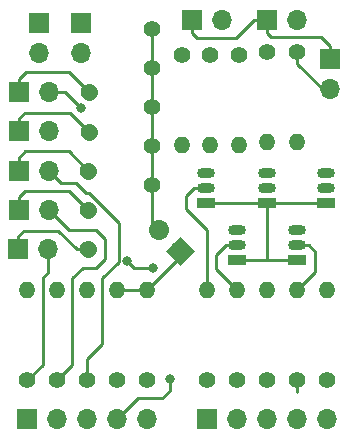
<source format=gbr>
G04 #@! TF.GenerationSoftware,KiCad,Pcbnew,(2017-06-21 revision 375ec9f)-master*
G04 #@! TF.CreationDate,2018-12-30T23:55:28-05:00*
G04 #@! TF.ProjectId,pantry_monitor,70616E7472795F6D6F6E69746F722E6B,rev?*
G04 #@! TF.SameCoordinates,Original
G04 #@! TF.FileFunction,Copper,L1,Top,Signal*
G04 #@! TF.FilePolarity,Positive*
%FSLAX46Y46*%
G04 Gerber Fmt 4.6, Leading zero omitted, Abs format (unit mm)*
G04 Created by KiCad (PCBNEW (2017-06-21 revision 375ec9f)-master) date Sun Dec 30 23:55:28 2018*
%MOMM*%
%LPD*%
G01*
G04 APERTURE LIST*
%ADD10C,0.100000*%
%ADD11C,1.400000*%
%ADD12C,1.400000*%
%ADD13C,1.700000*%
%ADD14C,1.700000*%
%ADD15R,1.700000X1.700000*%
%ADD16O,1.700000X1.700000*%
%ADD17O,1.400000X1.400000*%
%ADD18R,1.500000X0.900000*%
%ADD19O,1.500000X0.900000*%
%ADD20C,0.800000*%
%ADD21C,0.250000*%
G04 APERTURE END LIST*
D10*
D11*
X114374032Y-110798154D03*
D12*
X114374032Y-110798154D02*
X114374032Y-110798154D01*
D11*
X119762186Y-105410000D03*
D13*
X120377949Y-109201949D03*
D14*
X120377949Y-109201949D02*
X120377949Y-109201949D01*
D13*
X122174000Y-110998000D03*
D10*
G36*
X122174000Y-109795918D02*
X123376082Y-110998000D01*
X122174000Y-112200082D01*
X120971918Y-110998000D01*
X122174000Y-109795918D01*
X122174000Y-109795918D01*
G37*
D15*
X124460000Y-125222000D03*
D16*
X127000000Y-125222000D03*
X129540000Y-125222000D03*
X132080000Y-125222000D03*
X134620000Y-125222000D03*
X119380000Y-125222000D03*
X116840000Y-125222000D03*
X114300000Y-125222000D03*
X111760000Y-125222000D03*
D15*
X109220000Y-125222000D03*
D16*
X110236000Y-94234000D03*
D15*
X110236000Y-91694000D03*
X108458000Y-110794800D03*
D16*
X110998000Y-110794800D03*
X113792000Y-94234000D03*
D15*
X113792000Y-91694000D03*
D16*
X111023400Y-107492800D03*
D15*
X108483400Y-107492800D03*
X123190000Y-91440000D03*
D16*
X125730000Y-91440000D03*
D15*
X108508800Y-104165400D03*
D16*
X111048800Y-104165400D03*
D15*
X129540000Y-91440000D03*
D16*
X132080000Y-91440000D03*
X111048800Y-100838000D03*
D15*
X108508800Y-100838000D03*
D16*
X134874000Y-97282000D03*
D15*
X134874000Y-94742000D03*
X108508800Y-97536000D03*
D16*
X111048800Y-97536000D03*
D17*
X124460000Y-114300000D03*
D11*
X124460000Y-121920000D03*
D17*
X122301000Y-101981000D03*
D11*
X122301000Y-94361000D03*
X109220000Y-121920000D03*
D17*
X109220000Y-114300000D03*
D11*
X127000000Y-121920000D03*
D17*
X127000000Y-114300000D03*
X124714000Y-101981000D03*
D11*
X124714000Y-94361000D03*
X119762186Y-102108000D03*
X114374032Y-107496154D03*
D12*
X114374032Y-107496154D02*
X114374032Y-107496154D01*
D17*
X111760000Y-114300000D03*
D11*
X111760000Y-121920000D03*
D17*
X129540000Y-114300000D03*
D11*
X129540000Y-121920000D03*
D17*
X127127000Y-101981000D03*
D11*
X127127000Y-94361000D03*
X119761000Y-98780600D03*
X114372846Y-104168754D03*
D12*
X114372846Y-104168754D02*
X114372846Y-104168754D01*
D11*
X114300000Y-121920000D03*
D17*
X114300000Y-114300000D03*
X132080000Y-114300000D03*
D11*
X132080000Y-121920000D03*
D17*
X129540000Y-101727000D03*
D11*
X129540000Y-94107000D03*
X114398246Y-100841354D03*
D12*
X114398246Y-100841354D02*
X114398246Y-100841354D01*
D11*
X119786400Y-95453200D03*
X116840000Y-121920000D03*
D17*
X116840000Y-114300000D03*
D11*
X134620000Y-121920000D03*
D17*
X134620000Y-114300000D03*
D11*
X132080000Y-94107000D03*
D17*
X132080000Y-101727000D03*
D11*
X114398246Y-97513954D03*
D12*
X114398246Y-97513954D02*
X114398246Y-97513954D01*
D11*
X119786400Y-92125800D03*
X119380000Y-121920000D03*
D17*
X119380000Y-114300000D03*
D18*
X124333000Y-106934000D03*
D19*
X124333000Y-104394000D03*
X124333000Y-105664000D03*
X127000000Y-110490000D03*
X127000000Y-109220000D03*
D18*
X127000000Y-111760000D03*
X129540000Y-106934000D03*
D19*
X129540000Y-104394000D03*
X129540000Y-105664000D03*
X132080000Y-110490000D03*
X132080000Y-109220000D03*
D18*
X132080000Y-111760000D03*
X134493000Y-106934000D03*
D19*
X134493000Y-104394000D03*
X134493000Y-105664000D03*
D20*
X113792000Y-98882200D03*
X117692010Y-111846075D03*
X121285000Y-121793000D03*
X119888000Y-112395000D03*
D21*
X119762186Y-105410000D02*
X119762186Y-108586186D01*
X119762186Y-108586186D02*
X120377949Y-109201949D01*
X123614000Y-92964000D02*
X126916000Y-92964000D01*
X126916000Y-92964000D02*
X128440000Y-91440000D01*
X128440000Y-91440000D02*
X129540000Y-91440000D01*
X123190000Y-91440000D02*
X123190000Y-92540000D01*
X123190000Y-92540000D02*
X123614000Y-92964000D01*
X129837000Y-92837000D02*
X134069000Y-92837000D01*
X134069000Y-92837000D02*
X134874000Y-93642000D01*
X134874000Y-93642000D02*
X134874000Y-94742000D01*
X129540000Y-91440000D02*
X129540000Y-92540000D01*
X129540000Y-92540000D02*
X129837000Y-92837000D01*
X119762186Y-105410000D02*
X119762186Y-104420051D01*
X119762186Y-104420051D02*
X119762186Y-102108000D01*
X119762186Y-102108000D02*
X119762186Y-98781786D01*
X119762186Y-98781786D02*
X119761000Y-98780600D01*
X119786400Y-95453200D02*
X119786400Y-98755200D01*
X119786400Y-98755200D02*
X119761000Y-98780600D01*
X119786400Y-95453200D02*
X119786400Y-94463251D01*
X119786400Y-94463251D02*
X119786400Y-92125800D01*
X119380000Y-114300000D02*
X116840000Y-114300000D01*
X119380000Y-114300000D02*
X122174000Y-111506000D01*
X122174000Y-111506000D02*
X122174000Y-110998000D01*
X127000000Y-111760000D02*
X129540000Y-111760000D01*
X129540000Y-111760000D02*
X132080000Y-111760000D01*
X129540000Y-106934000D02*
X129540000Y-111760000D01*
X134493000Y-106934000D02*
X133493000Y-106934000D01*
X133493000Y-106934000D02*
X129540000Y-106934000D01*
X124333000Y-106934000D02*
X125333000Y-106934000D01*
X125333000Y-106934000D02*
X129540000Y-106934000D01*
X132080000Y-121920000D02*
X132080000Y-122909949D01*
X111048800Y-97536000D02*
X112445800Y-97536000D01*
X112445800Y-97536000D02*
X113792000Y-98882200D01*
X118092009Y-112246074D02*
X117692010Y-111846075D01*
X119888000Y-112395000D02*
X118240935Y-112395000D01*
X118240935Y-112395000D02*
X118092009Y-112246074D01*
X120650000Y-123444000D02*
X118618000Y-123444000D01*
X118618000Y-123444000D02*
X116840000Y-125222000D01*
X121285000Y-122809000D02*
X120650000Y-123444000D01*
X121285000Y-121793000D02*
X121285000Y-122809000D01*
X115570000Y-118872000D02*
X114300000Y-120142000D01*
X114300000Y-120142000D02*
X114300000Y-121920000D01*
X115570000Y-113284000D02*
X115570000Y-118872000D01*
X116967000Y-111887000D02*
X115570000Y-113284000D01*
X116967000Y-108572120D02*
X116967000Y-111887000D01*
X114173000Y-106045000D02*
X114439880Y-106045000D01*
X114439880Y-106045000D02*
X116967000Y-108572120D01*
X113321755Y-105193755D02*
X114173000Y-106045000D01*
X111048800Y-104165400D02*
X112077155Y-105193755D01*
X112077155Y-105193755D02*
X113321755Y-105193755D01*
X115062000Y-109220000D02*
X112750600Y-109220000D01*
X112750600Y-109220000D02*
X111023400Y-107492800D01*
X115824000Y-109982000D02*
X115062000Y-109220000D01*
X115824000Y-111633000D02*
X115824000Y-109982000D01*
X115062000Y-112395000D02*
X115824000Y-111633000D01*
X113919000Y-112395000D02*
X115062000Y-112395000D01*
X113030000Y-113284000D02*
X113919000Y-112395000D01*
X113030000Y-120650000D02*
X113030000Y-113284000D01*
X111760000Y-121920000D02*
X113030000Y-120650000D01*
X111658400Y-122021600D02*
X111760000Y-121920000D01*
X110515400Y-113233200D02*
X110515400Y-120624600D01*
X110515400Y-120624600D02*
X109220000Y-121920000D01*
X110998000Y-112750600D02*
X110515400Y-113233200D01*
X110998000Y-110794800D02*
X110998000Y-112750600D01*
X113384083Y-110798154D02*
X114374032Y-110798154D01*
X108907400Y-109245400D02*
X111831329Y-109245400D01*
X108458000Y-109694800D02*
X108907400Y-109245400D01*
X108458000Y-110794800D02*
X108458000Y-109694800D01*
X111831329Y-109245400D02*
X113384083Y-110798154D01*
X108983600Y-105892600D02*
X112770478Y-105892600D01*
X112770478Y-105892600D02*
X114374032Y-107496154D01*
X108483400Y-107492800D02*
X108483400Y-106392800D01*
X108483400Y-106392800D02*
X108983600Y-105892600D01*
X109059800Y-102514400D02*
X112718492Y-102514400D01*
X112718492Y-102514400D02*
X114372846Y-104168754D01*
X108508800Y-104165400D02*
X108508800Y-103065400D01*
X108508800Y-103065400D02*
X109059800Y-102514400D01*
X109009000Y-99237800D02*
X112794692Y-99237800D01*
X112794692Y-99237800D02*
X114398246Y-100841354D01*
X108508800Y-100838000D02*
X108508800Y-99738000D01*
X108508800Y-99738000D02*
X109009000Y-99237800D01*
X132080000Y-94107000D02*
X132080000Y-95096949D01*
X132080000Y-95096949D02*
X134265051Y-97282000D01*
X134265051Y-97282000D02*
X134874000Y-97282000D01*
X109110600Y-95834200D02*
X112718492Y-95834200D01*
X112718492Y-95834200D02*
X114398246Y-97513954D01*
X108508800Y-97536000D02*
X108508800Y-96436000D01*
X108508800Y-96436000D02*
X109110600Y-95834200D01*
X122682000Y-107442000D02*
X124460000Y-109220000D01*
X124460000Y-109220000D02*
X124460000Y-114300000D01*
X122682000Y-106315000D02*
X122682000Y-107442000D01*
X124333000Y-105664000D02*
X123333000Y-105664000D01*
X123333000Y-105664000D02*
X122682000Y-106315000D01*
X125222000Y-112522000D02*
X127000000Y-114300000D01*
X125222000Y-111268000D02*
X125222000Y-112522000D01*
X127000000Y-110490000D02*
X126000000Y-110490000D01*
X126000000Y-110490000D02*
X125222000Y-111268000D01*
X132080000Y-114300000D02*
X133604000Y-112776000D01*
X133604000Y-112776000D02*
X133604000Y-111014000D01*
X133604000Y-111014000D02*
X133080000Y-110490000D01*
X133080000Y-110490000D02*
X132080000Y-110490000D01*
M02*

</source>
